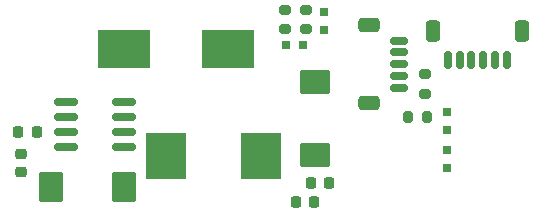
<source format=gbr>
%TF.GenerationSoftware,KiCad,Pcbnew,(6.0.1)*%
%TF.CreationDate,2023-01-01T20:52:33-08:00*%
%TF.ProjectId,RPi-Power R1,5250692d-506f-4776-9572-2052312e6b69,rev?*%
%TF.SameCoordinates,Original*%
%TF.FileFunction,Paste,Top*%
%TF.FilePolarity,Positive*%
%FSLAX46Y46*%
G04 Gerber Fmt 4.6, Leading zero omitted, Abs format (unit mm)*
G04 Created by KiCad (PCBNEW (6.0.1)) date 2023-01-01 20:52:33*
%MOMM*%
%LPD*%
G01*
G04 APERTURE LIST*
G04 Aperture macros list*
%AMRoundRect*
0 Rectangle with rounded corners*
0 $1 Rounding radius*
0 $2 $3 $4 $5 $6 $7 $8 $9 X,Y pos of 4 corners*
0 Add a 4 corners polygon primitive as box body*
4,1,4,$2,$3,$4,$5,$6,$7,$8,$9,$2,$3,0*
0 Add four circle primitives for the rounded corners*
1,1,$1+$1,$2,$3*
1,1,$1+$1,$4,$5*
1,1,$1+$1,$6,$7*
1,1,$1+$1,$8,$9*
0 Add four rect primitives between the rounded corners*
20,1,$1+$1,$2,$3,$4,$5,0*
20,1,$1+$1,$4,$5,$6,$7,0*
20,1,$1+$1,$6,$7,$8,$9,0*
20,1,$1+$1,$8,$9,$2,$3,0*%
G04 Aperture macros list end*
%ADD10RoundRect,0.200000X-0.275000X0.200000X-0.275000X-0.200000X0.275000X-0.200000X0.275000X0.200000X0*%
%ADD11RoundRect,0.200000X-0.200000X-0.275000X0.200000X-0.275000X0.200000X0.275000X-0.200000X0.275000X0*%
%ADD12R,0.800000X0.800000*%
%ADD13RoundRect,0.150000X0.625000X-0.150000X0.625000X0.150000X-0.625000X0.150000X-0.625000X-0.150000X0*%
%ADD14RoundRect,0.250000X0.650000X-0.350000X0.650000X0.350000X-0.650000X0.350000X-0.650000X-0.350000X0*%
%ADD15RoundRect,0.225000X-0.250000X0.225000X-0.250000X-0.225000X0.250000X-0.225000X0.250000X0.225000X0*%
%ADD16RoundRect,0.150000X-0.150000X-0.625000X0.150000X-0.625000X0.150000X0.625000X-0.150000X0.625000X0*%
%ADD17RoundRect,0.250000X-0.350000X-0.650000X0.350000X-0.650000X0.350000X0.650000X-0.350000X0.650000X0*%
%ADD18RoundRect,0.150000X-0.825000X-0.150000X0.825000X-0.150000X0.825000X0.150000X-0.825000X0.150000X0*%
%ADD19R,3.500000X4.000000*%
%ADD20R,4.500000X3.300000*%
%ADD21RoundRect,0.250000X-0.787500X-1.025000X0.787500X-1.025000X0.787500X1.025000X-0.787500X1.025000X0*%
%ADD22RoundRect,0.225000X-0.225000X-0.250000X0.225000X-0.250000X0.225000X0.250000X-0.225000X0.250000X0*%
%ADD23RoundRect,0.250000X1.025000X-0.787500X1.025000X0.787500X-1.025000X0.787500X-1.025000X-0.787500X0*%
G04 APERTURE END LIST*
D10*
%TO.C,R4*%
X43180000Y11240000D03*
X43180000Y12890000D03*
%TD*%
D11*
%TO.C,R3*%
X41720000Y9271000D03*
X43370000Y9271000D03*
%TD*%
D12*
%TO.C,D5*%
X45085000Y8140000D03*
X45085000Y9640000D03*
%TD*%
%TO.C,D4*%
X45085000Y6465000D03*
X45085000Y4965000D03*
%TD*%
D13*
%TO.C,J5*%
X40949000Y11716000D03*
X40949000Y12716000D03*
X40949000Y13716000D03*
X40949000Y14716000D03*
X40949000Y15716000D03*
D14*
X38424000Y17016000D03*
X38424000Y10416000D03*
%TD*%
D10*
%TO.C,R2*%
X31369000Y18351000D03*
X31369000Y16701000D03*
%TD*%
%TO.C,R1*%
X33147000Y18351000D03*
X33147000Y16701000D03*
%TD*%
D12*
%TO.C,D3*%
X32881000Y15367000D03*
X31381000Y15367000D03*
%TD*%
%TO.C,D2*%
X34671000Y16637000D03*
X34671000Y18137000D03*
%TD*%
D15*
%TO.C,C2*%
X9017000Y6109000D03*
X9017000Y4559000D03*
%TD*%
D16*
%TO.C,J6*%
X45125000Y14042000D03*
X46125000Y14042000D03*
X47125000Y14042000D03*
X48125000Y14042000D03*
X49125000Y14042000D03*
X50125000Y14042000D03*
D17*
X43825000Y16567000D03*
X51425000Y16567000D03*
%TD*%
D18*
%TO.C,U2*%
X12765000Y10541000D03*
X12765000Y9271000D03*
X12765000Y8001000D03*
X12765000Y6731000D03*
X17715000Y6731000D03*
X17715000Y8001000D03*
X17715000Y9271000D03*
X17715000Y10541000D03*
%TD*%
D19*
%TO.C,L1*%
X21273000Y5969000D03*
X29273000Y5969000D03*
%TD*%
D20*
%TO.C,D1*%
X26498000Y14986000D03*
X17698000Y14986000D03*
%TD*%
D21*
%TO.C,C7*%
X11492500Y3302000D03*
X17717500Y3302000D03*
%TD*%
D22*
%TO.C,C6*%
X32245000Y2032000D03*
X33795000Y2032000D03*
%TD*%
%TO.C,C5*%
X8750000Y8001000D03*
X10300000Y8001000D03*
%TD*%
D23*
%TO.C,C4*%
X33909000Y6031500D03*
X33909000Y12256500D03*
%TD*%
D22*
%TO.C,C3*%
X33515000Y3683000D03*
X35065000Y3683000D03*
%TD*%
M02*

</source>
